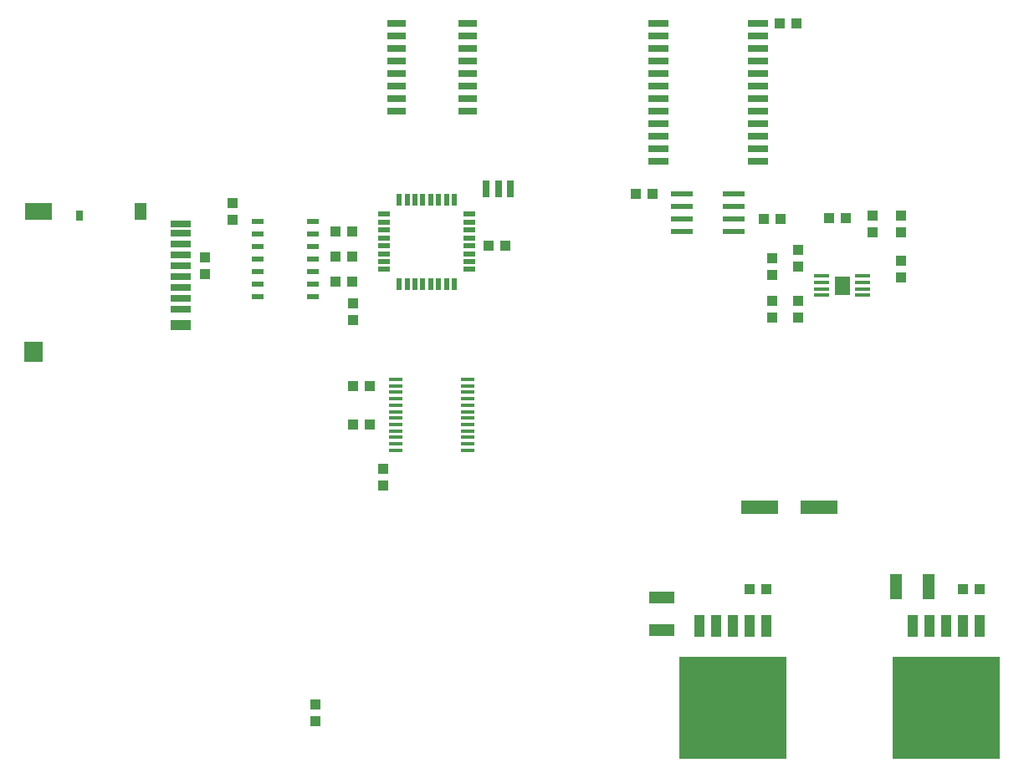
<source format=gtp>
G75*
%MOIN*%
%OFA0B0*%
%FSLAX24Y24*%
%IPPOS*%
%LPD*%
%AMOC8*
5,1,8,0,0,1.08239X$1,22.5*
%
%ADD10R,0.0500X0.0220*%
%ADD11R,0.0220X0.0500*%
%ADD12R,0.0276X0.0669*%
%ADD13R,0.0433X0.0394*%
%ADD14R,0.0394X0.0433*%
%ADD15R,0.0550X0.0137*%
%ADD16R,0.0630X0.0157*%
%ADD17R,0.0618X0.0744*%
%ADD18R,0.4252X0.4098*%
%ADD19R,0.0420X0.0850*%
%ADD20R,0.0984X0.0472*%
%ADD21R,0.0472X0.0984*%
%ADD22R,0.0866X0.0236*%
%ADD23R,0.0800X0.0260*%
%ADD24R,0.1496X0.0551*%
%ADD25R,0.0750X0.0250*%
%ADD26R,0.0787X0.0276*%
%ADD27R,0.0315X0.0394*%
%ADD28R,0.0787X0.0394*%
%ADD29R,0.0472X0.0709*%
%ADD30R,0.1102X0.0709*%
%ADD31R,0.0748X0.0827*%
%ADD32R,0.0472X0.0236*%
D10*
X024453Y028813D03*
X024453Y029128D03*
X024453Y029443D03*
X024453Y029758D03*
X024453Y030072D03*
X024453Y030387D03*
X024453Y030702D03*
X024453Y031017D03*
X027833Y031017D03*
X027833Y030702D03*
X027833Y030387D03*
X027833Y030072D03*
X027833Y029758D03*
X027833Y029443D03*
X027833Y029128D03*
X027833Y028813D03*
D11*
X027245Y028225D03*
X026930Y028225D03*
X026615Y028225D03*
X026300Y028225D03*
X025985Y028225D03*
X025670Y028225D03*
X025355Y028225D03*
X025040Y028225D03*
X025040Y031605D03*
X025355Y031605D03*
X025670Y031605D03*
X025985Y031605D03*
X026300Y031605D03*
X026615Y031605D03*
X026930Y031605D03*
X027245Y031605D03*
D12*
X028520Y032015D03*
X028993Y032015D03*
X029465Y032015D03*
D13*
X029277Y029765D03*
X028608Y029765D03*
X023177Y029315D03*
X022508Y029315D03*
X022508Y028315D03*
X023177Y028315D03*
X023177Y030315D03*
X022508Y030315D03*
X023208Y024165D03*
X023877Y024165D03*
X023877Y022615D03*
X023208Y022615D03*
X034458Y031815D03*
X035127Y031815D03*
X039558Y030815D03*
X040227Y030815D03*
X042158Y030865D03*
X042827Y030865D03*
X040877Y038615D03*
X040208Y038615D03*
X039677Y016065D03*
X039008Y016065D03*
X047508Y016065D03*
X048177Y016065D03*
D14*
X021693Y010780D03*
X021693Y011450D03*
X024393Y020180D03*
X024393Y020850D03*
X023193Y026780D03*
X023193Y027450D03*
X018393Y030780D03*
X018393Y031450D03*
X017293Y029300D03*
X017293Y028630D03*
X039893Y028580D03*
X039893Y029250D03*
X040943Y028930D03*
X040943Y029600D03*
X040943Y027550D03*
X040943Y026880D03*
X039893Y026880D03*
X039893Y027550D03*
X043893Y030280D03*
X043893Y030950D03*
X045043Y030950D03*
X045043Y030280D03*
X045043Y029150D03*
X045043Y028480D03*
D15*
X027782Y024422D03*
X027782Y024167D03*
X027782Y023911D03*
X027782Y023655D03*
X027782Y023399D03*
X027782Y023143D03*
X027782Y022887D03*
X027782Y022631D03*
X027782Y022375D03*
X027782Y022119D03*
X027782Y021863D03*
X027782Y021608D03*
X024903Y021608D03*
X024903Y021863D03*
X024903Y022119D03*
X024903Y022375D03*
X024903Y022631D03*
X024903Y022887D03*
X024903Y023143D03*
X024903Y023399D03*
X024903Y023655D03*
X024903Y023911D03*
X024903Y024167D03*
X024903Y024422D03*
D16*
X041866Y027781D03*
X041866Y028037D03*
X041866Y028293D03*
X041866Y028549D03*
X043519Y028549D03*
X043519Y028293D03*
X043519Y028037D03*
X043519Y027781D03*
D17*
X042693Y028165D03*
D18*
X046843Y011315D03*
X038343Y011315D03*
D19*
X038343Y014595D03*
X037673Y014595D03*
X037003Y014595D03*
X039013Y014595D03*
X039683Y014595D03*
X045503Y014595D03*
X046173Y014595D03*
X046843Y014595D03*
X047513Y014595D03*
X048183Y014595D03*
D20*
X035493Y014415D03*
X035493Y015715D03*
D21*
X044843Y016165D03*
X046142Y016165D03*
D22*
X038366Y030315D03*
X038366Y030815D03*
X038366Y031315D03*
X038366Y031815D03*
X036319Y031815D03*
X036319Y031315D03*
X036319Y030815D03*
X036319Y030315D03*
D23*
X035363Y033115D03*
X035363Y033615D03*
X035363Y034115D03*
X035363Y034615D03*
X035363Y035115D03*
X035363Y035615D03*
X035363Y036115D03*
X035363Y036615D03*
X035363Y037115D03*
X035363Y037615D03*
X035363Y038115D03*
X035363Y038615D03*
X039323Y038615D03*
X039323Y038115D03*
X039323Y037615D03*
X039323Y037115D03*
X039323Y036615D03*
X039323Y036115D03*
X039323Y035615D03*
X039323Y035115D03*
X039323Y034615D03*
X039323Y034115D03*
X039323Y033615D03*
X039323Y033115D03*
D24*
X039411Y019315D03*
X041774Y019315D03*
D25*
X027763Y035115D03*
X027763Y035615D03*
X027763Y036115D03*
X027763Y036615D03*
X027763Y037115D03*
X027763Y037615D03*
X027763Y038115D03*
X027763Y038615D03*
X024923Y038615D03*
X024923Y038115D03*
X024923Y037615D03*
X024923Y037115D03*
X024923Y036615D03*
X024923Y036115D03*
X024923Y035615D03*
X024923Y035115D03*
D26*
X016350Y030621D03*
X016350Y030246D03*
X016350Y029813D03*
X016350Y029380D03*
X016350Y028947D03*
X016350Y028514D03*
X016350Y028081D03*
X016350Y027648D03*
X016350Y027215D03*
D27*
X012295Y030975D03*
D28*
X016350Y026605D03*
D29*
X014736Y031132D03*
D30*
X010661Y031132D03*
D31*
X010484Y025522D03*
D32*
X019390Y027715D03*
X019390Y028215D03*
X019390Y028715D03*
X019390Y029215D03*
X019390Y029715D03*
X019390Y030215D03*
X019390Y030715D03*
X021595Y030715D03*
X021595Y030215D03*
X021595Y029715D03*
X021595Y029215D03*
X021595Y028715D03*
X021595Y028215D03*
X021595Y027715D03*
M02*

</source>
